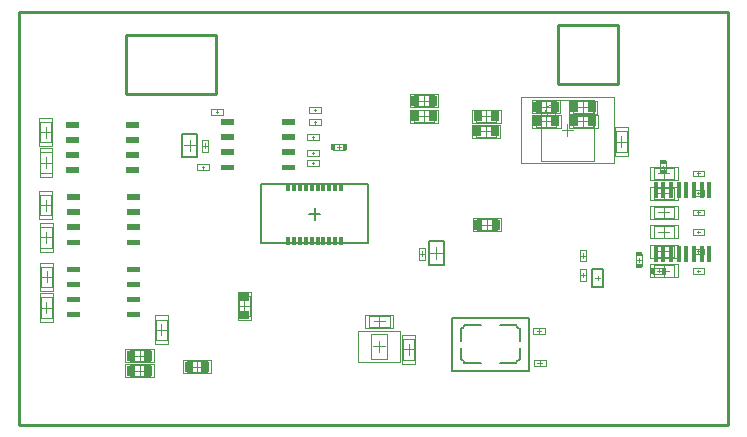
<source format=gbp>
G04*
G04 #@! TF.GenerationSoftware,Altium Limited,Altium Designer,18.0.12 (696)*
G04*
G04 Layer_Color=128*
%FSLAX44Y44*%
%MOMM*%
G71*
G01*
G75*
%ADD14C,0.2540*%
%ADD15C,0.2000*%
%ADD19C,0.1270*%
%ADD20C,0.1000*%
%ADD21C,0.0500*%
%ADD23R,0.6000X0.4500*%
%ADD24R,0.4000X0.6000*%
%ADD27R,0.7000X0.9000*%
%ADD31R,0.4500X0.6000*%
%ADD33R,0.8000X0.9000*%
%ADD34R,0.9000X0.7000*%
%ADD66R,0.3000X0.7000*%
%ADD67R,0.6000X0.4000*%
%ADD68R,0.3500X1.4000*%
G36*
X233180Y253840D02*
X222198D01*
Y258759D01*
X233180D01*
Y253840D01*
D02*
G37*
G36*
X182180D02*
X171085D01*
Y258806D01*
X182180D01*
Y253840D01*
D02*
G37*
G36*
X101704Y251804D02*
X90722D01*
Y256723D01*
X101704D01*
Y251804D01*
D02*
G37*
G36*
X50704D02*
X39609D01*
Y256770D01*
X50704D01*
Y251804D01*
D02*
G37*
G36*
X233180Y241140D02*
X222216D01*
Y246056D01*
X233180D01*
Y241140D01*
D02*
G37*
G36*
X182180D02*
X171096D01*
Y246064D01*
X182180D01*
Y241140D01*
D02*
G37*
G36*
X101704Y239104D02*
X90740D01*
Y244020D01*
X101704D01*
Y239104D01*
D02*
G37*
G36*
X50704D02*
X39620D01*
Y244028D01*
X50704D01*
Y239104D01*
D02*
G37*
G36*
X233180Y228440D02*
X222227D01*
Y233331D01*
X233180D01*
Y228440D01*
D02*
G37*
G36*
X182180D02*
X171150D01*
Y233336D01*
X182180D01*
Y228440D01*
D02*
G37*
G36*
X101704Y226404D02*
X90751D01*
Y231295D01*
X101704D01*
Y226404D01*
D02*
G37*
G36*
X50704D02*
X39674D01*
Y231300D01*
X50704D01*
Y226404D01*
D02*
G37*
G36*
X233180Y215740D02*
X222219D01*
Y220607D01*
X233180D01*
Y215740D01*
D02*
G37*
G36*
X182180D02*
X171150D01*
Y220624D01*
X182180D01*
Y215740D01*
D02*
G37*
G36*
X101704Y213704D02*
X90743D01*
Y218571D01*
X101704D01*
Y213704D01*
D02*
G37*
G36*
X50704D02*
X39674D01*
Y218588D01*
X50704D01*
Y213704D01*
D02*
G37*
G36*
X102212Y190336D02*
X91230D01*
Y195255D01*
X102212D01*
Y190336D01*
D02*
G37*
G36*
X51212D02*
X40117D01*
Y195302D01*
X51212D01*
Y190336D01*
D02*
G37*
G36*
X102212Y177636D02*
X91248D01*
Y182552D01*
X102212D01*
Y177636D01*
D02*
G37*
G36*
X51212D02*
X40128D01*
Y182560D01*
X51212D01*
Y177636D01*
D02*
G37*
G36*
X102212Y164936D02*
X91259D01*
Y169827D01*
X102212D01*
Y164936D01*
D02*
G37*
G36*
X51212D02*
X40182D01*
Y169832D01*
X51212D01*
Y164936D01*
D02*
G37*
G36*
X102212Y152236D02*
X91251D01*
Y157103D01*
X102212D01*
Y152236D01*
D02*
G37*
G36*
X51212D02*
X40182D01*
Y157120D01*
X51212D01*
Y152236D01*
D02*
G37*
G36*
X102356Y129204D02*
X91374D01*
Y134123D01*
X102356D01*
Y129204D01*
D02*
G37*
G36*
X51356D02*
X40261D01*
Y134170D01*
X51356D01*
Y129204D01*
D02*
G37*
G36*
X102356Y116504D02*
X91392D01*
Y121420D01*
X102356D01*
Y116504D01*
D02*
G37*
G36*
X51356D02*
X40272D01*
Y121428D01*
X51356D01*
Y116504D01*
D02*
G37*
G36*
X102356Y103804D02*
X91403D01*
Y108695D01*
X102356D01*
Y103804D01*
D02*
G37*
G36*
X51356D02*
X40326D01*
Y108700D01*
X51356D01*
Y103804D01*
D02*
G37*
G36*
X102356Y91104D02*
X91395D01*
Y95971D01*
X102356D01*
Y91104D01*
D02*
G37*
G36*
X51356D02*
X40326D01*
Y95988D01*
X51356D01*
Y91104D01*
D02*
G37*
D14*
X166190Y280468D02*
Y330252D01*
X89990D02*
X166190D01*
X89990Y280468D02*
Y330252D01*
Y280468D02*
X166190D01*
X455930Y338836D02*
X506730D01*
Y289052D02*
Y338836D01*
X455930Y289052D02*
X506730D01*
X455930D02*
Y338836D01*
X0Y0D02*
X600000D01*
X0D02*
Y350000D01*
X600000D01*
Y0D02*
Y350000D01*
D15*
X346810Y135796D02*
X359310D01*
Y155796D01*
X346810D02*
X359310D01*
X346810Y135796D02*
Y155796D01*
X205000Y153900D02*
X225000D01*
X205000D02*
Y203900D01*
X295000D01*
Y153900D02*
Y203900D01*
X225000Y153900D02*
X295000D01*
X150522Y226728D02*
Y246728D01*
X138022Y226728D02*
X150522D01*
X138022D02*
Y246728D01*
X150522D01*
X485307Y116710D02*
X493807D01*
Y132210D01*
X485307D02*
X493807D01*
X485307Y116710D02*
Y132210D01*
X250000Y173900D02*
Y183900D01*
Y178900D02*
Y183900D01*
X245000Y178900D02*
X250000D01*
X245000D02*
X255000D01*
D19*
X423780Y55580D02*
G03*
X420780Y52580I0J-3000D01*
G01*
X376780D02*
G03*
X373780Y55580I-3000J0D01*
G01*
X420780Y84580D02*
G03*
X423780Y81580I3000J0D01*
G01*
X373780D02*
G03*
X376780Y84580I0J3000D01*
G01*
X366280Y46080D02*
Y91080D01*
X431280D01*
Y46080D02*
Y91080D01*
X366280Y46080D02*
X431280D01*
X423780Y55580D02*
Y65580D01*
X406780Y52580D02*
X420780D01*
X376780D02*
X390780D01*
X373780Y55580D02*
Y65580D01*
X423780Y71580D02*
Y81580D01*
X406780Y84580D02*
X420780D01*
X376780D02*
X390780D01*
X373780Y71580D02*
Y81580D01*
D20*
X455602Y266004D02*
G03*
X455602Y266004I-5000J0D01*
G01*
X338368Y140034D02*
X343368D01*
Y150034D01*
X338368D02*
X343368D01*
X338368Y140034D02*
Y150034D01*
X265764Y237958D02*
X275764D01*
X265764Y232958D02*
Y237958D01*
Y232958D02*
X275764D01*
Y237958D01*
X141618Y44780D02*
Y54280D01*
X159118Y44780D02*
Y54280D01*
X141618Y44780D02*
X159118D01*
X141618Y54280D02*
X159118D01*
X185750Y92518D02*
X195250D01*
X185750Y109518D02*
X195250D01*
Y92518D02*
Y109518D01*
X185750Y92518D02*
Y109518D01*
X522010Y134700D02*
X527010D01*
X522010D02*
Y144700D01*
X527010D01*
Y134700D02*
Y144700D01*
X536274Y128310D02*
Y133310D01*
X546274D01*
Y128310D02*
Y133310D01*
X536274Y128310D02*
X546274D01*
X542850Y213440D02*
X547850D01*
X542850D02*
Y223440D01*
X547850D01*
Y213440D02*
Y223440D01*
X387232Y164749D02*
Y174249D01*
X404232Y164749D02*
Y174249D01*
X387232Y164749D02*
X404232D01*
X387232Y174249D02*
X404232D01*
X245190Y264200D02*
Y269200D01*
Y264200D02*
X255190D01*
Y269200D01*
X245190D02*
X255190D01*
Y253790D02*
Y258790D01*
X245190D02*
X255190D01*
X245190Y253790D02*
Y258790D01*
Y253790D02*
X255190D01*
X253666Y241086D02*
Y246086D01*
X243666D02*
X253666D01*
X243666Y241086D02*
Y246086D01*
Y241086D02*
X253666D01*
Y227878D02*
Y232878D01*
X243666D02*
X253666D01*
X243666Y227878D02*
Y232878D01*
Y227878D02*
X253666D01*
X243666Y219496D02*
Y224496D01*
Y219496D02*
X253666D01*
Y224496D01*
X243666D02*
X253666D01*
X159868Y231474D02*
Y241474D01*
X154868Y231474D02*
X159868D01*
X154868D02*
Y241474D01*
X159868D01*
X150496Y215690D02*
X160496D01*
X150496D02*
Y220690D01*
X160496D01*
Y215690D02*
Y220690D01*
X162132Y267930D02*
X172132D01*
Y262930D02*
Y267930D01*
X162132Y262930D02*
X172132D01*
X162132D02*
Y267930D01*
X569980Y166000D02*
X579980D01*
Y161000D02*
Y166000D01*
X569980Y161000D02*
X579980D01*
X569980D02*
Y166000D01*
Y149490D02*
X579980D01*
Y144490D02*
Y149490D01*
X569980Y144490D02*
X579980D01*
X569980D02*
Y149490D01*
Y132980D02*
X579980D01*
Y127980D02*
Y132980D01*
X569980Y127980D02*
X579980D01*
X569980D02*
Y132980D01*
Y215530D02*
X579980D01*
Y210530D02*
Y215530D01*
X569980Y210530D02*
X579980D01*
X569980D02*
Y215530D01*
Y198870D02*
X579980D01*
Y193870D02*
Y198870D01*
X569980Y193870D02*
X579980D01*
X569980D02*
Y198870D01*
Y182510D02*
X579980D01*
Y177510D02*
Y182510D01*
X569980Y177510D02*
X579980D01*
X569980D02*
Y182510D01*
X537150Y168250D02*
X554150D01*
X537150Y158750D02*
X554150D01*
X537150D02*
Y168250D01*
X554150Y158750D02*
Y168250D01*
X537150Y151740D02*
X554150D01*
X537150Y142240D02*
X554150D01*
X537150D02*
Y151740D01*
X554150Y142240D02*
Y151740D01*
X537150Y135230D02*
X554150D01*
X537150Y125730D02*
X554150D01*
X537150D02*
Y135230D01*
X554150Y125730D02*
Y135230D01*
X537150Y217780D02*
X554150D01*
X537150Y208280D02*
X554150D01*
X537150D02*
Y217780D01*
X554150Y208280D02*
Y217780D01*
X537150Y201120D02*
X554150D01*
X537150Y191620D02*
X554150D01*
X537150D02*
Y201120D01*
X554150Y191620D02*
Y201120D01*
X537150Y184760D02*
X554150D01*
X537150Y175260D02*
X554150D01*
X537150D02*
Y184760D01*
X554150Y175260D02*
Y184760D01*
X475020Y122000D02*
Y132000D01*
X480020D01*
Y122000D02*
Y132000D01*
X475020Y122000D02*
X480020D01*
X474436Y138510D02*
Y148510D01*
X479436D01*
Y138510D02*
Y148510D01*
X474436Y138510D02*
X479436D01*
X434968Y77510D02*
X444968D01*
X434968D02*
Y82510D01*
X444968D01*
Y77510D02*
Y82510D01*
X435690Y50284D02*
X445690D01*
X435690D02*
Y55284D01*
X445690D01*
Y50284D02*
Y55284D01*
X468871Y273990D02*
X485872D01*
X468871Y264490D02*
X485872D01*
Y273990D01*
X468871Y264490D02*
Y273990D01*
X437646Y274244D02*
X454646D01*
X437646Y264744D02*
X454646D01*
Y274244D01*
X437646Y264744D02*
Y274244D01*
X437724Y261939D02*
X454724D01*
X437724Y252439D02*
X454724D01*
Y261939D01*
X437724Y252439D02*
Y261939D01*
X486063Y252298D02*
Y261798D01*
X469063Y252298D02*
Y261798D01*
X486063D01*
X469063Y252298D02*
X486063D01*
X386978Y266370D02*
X403978D01*
X386978Y256870D02*
X403978D01*
Y266370D01*
X386978Y256870D02*
Y266370D01*
X386822Y253550D02*
X403822D01*
X386822Y244050D02*
X403822D01*
Y253550D01*
X386822Y244050D02*
Y253550D01*
X334146Y269824D02*
X351146D01*
X334146Y279324D02*
X351146D01*
X334146Y269824D02*
Y279324D01*
X351146Y269824D02*
Y279324D01*
X333892Y256870D02*
X350892D01*
X333892Y266370D02*
X350892D01*
X333892Y256870D02*
Y266370D01*
X350892Y256870D02*
Y266370D01*
X17856Y213446D02*
Y230946D01*
X27356Y213446D02*
Y230946D01*
X17856Y213446D02*
X27356D01*
X17856Y230946D02*
X27356D01*
X296050Y92634D02*
X313550D01*
X296050Y83134D02*
X313550D01*
X296050D02*
Y92634D01*
X313550Y83134D02*
Y92634D01*
X324942Y55508D02*
Y72508D01*
X334442Y55508D02*
Y72508D01*
X324942Y55508D02*
X334442D01*
X324942Y72508D02*
X334442D01*
X311546Y55798D02*
Y77298D01*
X297546Y55798D02*
Y77298D01*
Y55798D02*
X311546D01*
X297546Y77298D02*
X311546D01*
X125146Y72367D02*
Y89367D01*
X115646Y72367D02*
Y89367D01*
X125146D01*
X115646Y72367D02*
X125146D01*
X514394Y231258D02*
Y248758D01*
X504893Y231258D02*
Y248758D01*
X514394D01*
X504893Y231258D02*
X514394D01*
X441602Y224004D02*
Y275004D01*
X486601Y224004D02*
Y275004D01*
X441602D02*
X486601D01*
X441602Y224004D02*
X486601D01*
X110354Y41462D02*
Y50962D01*
X93354Y41462D02*
Y50962D01*
X110354D01*
X93354Y41462D02*
X110354D01*
Y53924D02*
Y63424D01*
X93354Y53924D02*
Y63424D01*
X110354D01*
X93354Y53924D02*
X110354D01*
X18230Y108176D02*
X27730D01*
X18230Y90676D02*
X27730D01*
Y108176D01*
X18230Y90676D02*
Y108176D01*
X17900Y167714D02*
X27400D01*
X17900Y150214D02*
X27400D01*
Y167714D01*
X17900Y150214D02*
Y167714D01*
X17653Y256496D02*
X27153D01*
X17653Y239496D02*
X27153D01*
Y256496D01*
X17653Y239496D02*
Y256496D01*
X17448Y177629D02*
Y194629D01*
X26948Y177629D02*
Y194629D01*
X17448Y177629D02*
X26948D01*
X17448Y194629D02*
X26948D01*
X18409Y116976D02*
Y133976D01*
X27909Y116976D02*
Y133976D01*
X18409Y116976D02*
X27909D01*
X18409Y133976D02*
X27909D01*
X348060Y145796D02*
X358060D01*
X353060Y140796D02*
Y150796D01*
X340868Y143034D02*
Y147034D01*
X338868Y145034D02*
X342868D01*
X270764Y233458D02*
Y237458D01*
X268764Y235458D02*
X272764D01*
X138368Y44030D02*
Y55030D01*
X162368Y44030D02*
Y55030D01*
X138368Y44030D02*
X162368D01*
X138368Y55030D02*
X162368D01*
X145618Y49530D02*
X155118D01*
X150368Y44780D02*
Y54280D01*
X185000Y89018D02*
X196000D01*
X185000Y113018D02*
X196000D01*
Y89018D02*
Y113018D01*
X185000Y89018D02*
Y113018D01*
X190500Y96268D02*
Y105768D01*
X185750Y101018D02*
X195250D01*
X524510Y137700D02*
Y141700D01*
X522510Y139700D02*
X526510D01*
X383732Y163999D02*
Y174999D01*
X407732Y163999D02*
Y174999D01*
X383732Y163999D02*
X407732D01*
X383732Y174999D02*
X407732D01*
X390982Y169499D02*
X400482D01*
X395732Y164749D02*
Y174249D01*
X155368Y236474D02*
X159368D01*
X157368Y234474D02*
Y238474D01*
X144272Y231728D02*
Y241728D01*
X139272Y236728D02*
X149272D01*
X545650Y158750D02*
Y168250D01*
X540900Y163500D02*
X550400D01*
X533650Y169000D02*
X557650D01*
X533650Y158000D02*
X557650D01*
X533650D02*
Y169000D01*
X557650Y158000D02*
Y169000D01*
X545650Y142240D02*
Y151740D01*
X540900Y146990D02*
X550400D01*
X533650Y152490D02*
X557650D01*
X533650Y141490D02*
X557650D01*
X533650D02*
Y152490D01*
X557650Y141490D02*
Y152490D01*
X545650Y125730D02*
Y135230D01*
X540900Y130480D02*
X550400D01*
X533650Y135980D02*
X557650D01*
X533650Y124980D02*
X557650D01*
X533650D02*
Y135980D01*
X557650Y124980D02*
Y135980D01*
X545650Y208280D02*
Y217780D01*
X540900Y213030D02*
X550400D01*
X533650Y218530D02*
X557650D01*
X533650Y207530D02*
X557650D01*
X533650D02*
Y218530D01*
X557650Y207530D02*
Y218530D01*
X545650Y191620D02*
Y201120D01*
X540900Y196370D02*
X550400D01*
X533650Y201870D02*
X557650D01*
X533650Y190870D02*
X557650D01*
X533650D02*
Y201870D01*
X557650Y190870D02*
Y201870D01*
X545650Y175260D02*
Y184760D01*
X540900Y180010D02*
X550400D01*
X533650Y185510D02*
X557650D01*
X533650Y174510D02*
X557650D01*
X533650D02*
Y185510D01*
X557650Y174510D02*
Y185510D01*
X489557Y122460D02*
Y126460D01*
X487557Y124460D02*
X491557D01*
X475520Y127000D02*
X479520D01*
X477520Y125000D02*
Y129000D01*
X474936Y143510D02*
X478936D01*
X476936Y141510D02*
Y145510D01*
X439968Y78010D02*
Y82010D01*
X437968Y80010D02*
X441968D01*
X440690Y50784D02*
Y54784D01*
X438690Y52784D02*
X442690D01*
X477371Y264490D02*
Y273990D01*
X472621Y269240D02*
X482122D01*
X465372Y274740D02*
X489371D01*
X465372Y263740D02*
X489371D01*
Y274740D01*
X465372Y263740D02*
Y274740D01*
X446147Y264744D02*
Y274244D01*
X441397Y269494D02*
X450896D01*
X434147Y274994D02*
X458147D01*
X434147Y263994D02*
X458147D01*
Y274994D01*
X434147Y263994D02*
Y274994D01*
X446224Y252439D02*
Y261939D01*
X441474Y257189D02*
X450974D01*
X434224Y262689D02*
X458224D01*
X434224Y251689D02*
X458224D01*
Y262689D01*
X434224Y251689D02*
Y262689D01*
X489563Y251548D02*
Y262548D01*
X465564Y251548D02*
Y262548D01*
X489563D01*
X465564Y251548D02*
X489563D01*
X472813Y257048D02*
X482313D01*
X477564Y252298D02*
Y261798D01*
X395478Y256870D02*
Y266370D01*
X390728Y261620D02*
X400228D01*
X383478Y267120D02*
X407478D01*
X383478Y256120D02*
X407478D01*
Y267120D01*
X383478Y256120D02*
Y267120D01*
X395322Y244050D02*
Y253550D01*
X390572Y248800D02*
X400072D01*
X383322Y254300D02*
X407322D01*
X383322Y243300D02*
X407322D01*
Y254300D01*
X383322Y243300D02*
Y254300D01*
X342646Y269824D02*
Y279324D01*
X337896Y274574D02*
X347396D01*
X330646Y269074D02*
X354646D01*
X330646Y280074D02*
X354646D01*
X330646Y269074D02*
Y280074D01*
X354646Y269074D02*
Y280074D01*
X342392Y256870D02*
Y266370D01*
X337642Y261620D02*
X347142D01*
X330392Y256120D02*
X354392D01*
X330392Y267120D02*
X354392D01*
X330392Y256120D02*
Y267120D01*
X354392Y256120D02*
Y267120D01*
X17856Y222196D02*
X27356D01*
X22606Y217446D02*
Y226946D01*
X17106Y210196D02*
Y234196D01*
X28106Y210196D02*
Y234196D01*
X17106Y210196D02*
X28106D01*
X17106Y234196D02*
X28106D01*
X304800Y83134D02*
Y92634D01*
X300050Y87884D02*
X309550D01*
X292800Y93384D02*
X316800D01*
X292800Y82384D02*
X316800D01*
X292800D02*
Y93384D01*
X316800Y82384D02*
Y93384D01*
X324942Y64008D02*
X334442D01*
X329692Y59258D02*
Y68758D01*
X324192Y52008D02*
Y76008D01*
X335192Y52008D02*
Y76008D01*
X324192Y52008D02*
X335192D01*
X324192Y76008D02*
X335192D01*
X299546Y66548D02*
X309546D01*
X304546Y61548D02*
Y71548D01*
X115646Y80867D02*
X125146D01*
X120396Y76117D02*
Y85617D01*
X125896Y68867D02*
Y92867D01*
X114896Y68867D02*
Y92867D01*
X125896D01*
X114896Y68867D02*
X125896D01*
X504893Y240008D02*
X514394D01*
X509644Y235258D02*
Y244758D01*
X515144Y228008D02*
Y252008D01*
X504143Y228008D02*
Y252008D01*
X515144D01*
X504143Y228008D02*
X515144D01*
X459101Y249504D02*
X469102D01*
X464101Y244504D02*
Y254504D01*
X113854Y40712D02*
Y51712D01*
X89854Y40712D02*
Y51712D01*
X113854D01*
X89854Y40712D02*
X113854D01*
X97104Y46212D02*
X106604D01*
X101854Y41462D02*
Y50962D01*
X113854Y53174D02*
Y64174D01*
X89854Y53174D02*
Y64174D01*
X113854D01*
X89854Y53174D02*
X113854D01*
X97104Y58674D02*
X106604D01*
X101854Y53924D02*
Y63424D01*
X17480Y111426D02*
X28480D01*
X17480Y87426D02*
X28480D01*
Y111426D01*
X17480Y87426D02*
Y111426D01*
X22980Y94676D02*
Y104176D01*
X18230Y99426D02*
X27730D01*
X17150Y170964D02*
X28150D01*
X17150Y146964D02*
X28150D01*
Y170964D01*
X17150Y146964D02*
Y170964D01*
X22650Y154214D02*
Y163714D01*
X17900Y158964D02*
X27400D01*
X16903Y259996D02*
X27903D01*
X16903Y235996D02*
X27903D01*
Y259996D01*
X16903Y235996D02*
Y259996D01*
X22403Y243246D02*
Y252746D01*
X17653Y247996D02*
X27153D01*
X17448Y186129D02*
X26948D01*
X22198Y181379D02*
Y190879D01*
X16698Y174129D02*
Y198129D01*
X27698Y174129D02*
Y198129D01*
X16698Y174129D02*
X27698D01*
X16698Y198129D02*
X27698D01*
X18409Y125476D02*
X27909D01*
X23159Y120726D02*
Y130226D01*
X17659Y113476D02*
Y137476D01*
X28659Y113476D02*
Y137476D01*
X17659Y113476D02*
X28659D01*
X17659Y137476D02*
X28659D01*
D21*
X540274Y130810D02*
X542274D01*
X541274Y129810D02*
Y131810D01*
X545350Y217440D02*
Y219440D01*
X544350Y218440D02*
X546350D01*
X249190Y266700D02*
X251190D01*
X250190Y265700D02*
Y267700D01*
X249190Y256290D02*
X251190D01*
X250190Y255290D02*
Y257290D01*
X247666Y243586D02*
X249666D01*
X248666Y242586D02*
Y244586D01*
X247666Y230378D02*
X249666D01*
X248666Y229378D02*
Y231378D01*
X247666Y221996D02*
X249666D01*
X248666Y220996D02*
Y222996D01*
X155496Y217190D02*
Y219190D01*
X154496Y218190D02*
X156496D01*
X167132Y264430D02*
Y266430D01*
X166132Y265430D02*
X168132D01*
X574980Y162500D02*
Y164500D01*
X573980Y163500D02*
X575980D01*
X574980Y145990D02*
Y147990D01*
X573980Y146990D02*
X575980D01*
X574980Y129480D02*
Y131480D01*
X573980Y130480D02*
X575980D01*
X574980Y212030D02*
Y214030D01*
X573980Y213030D02*
X575980D01*
X574980Y195370D02*
Y197370D01*
X573980Y196370D02*
X575980D01*
X574980Y179010D02*
Y181010D01*
X573980Y180010D02*
X575980D01*
X322546Y53048D02*
Y80048D01*
X286546Y53048D02*
Y80048D01*
Y53048D02*
X322546D01*
X286546Y80048D02*
X322546D01*
X425102Y221504D02*
Y277504D01*
X503102Y221504D02*
Y277504D01*
X425102D02*
X503102D01*
X425102Y221504D02*
X503102D01*
D23*
X524510Y144700D02*
D03*
Y134700D02*
D03*
D24*
X536774Y130810D02*
D03*
X545774D02*
D03*
D27*
X388232Y169499D02*
D03*
X403232D02*
D03*
X484871Y269240D02*
D03*
X469871D02*
D03*
X453647Y269494D02*
D03*
X438647D02*
D03*
X453724Y257189D02*
D03*
X438724D02*
D03*
X485064Y257048D02*
D03*
X470064D02*
D03*
X402978Y261620D02*
D03*
X387978D02*
D03*
X402822Y248800D02*
D03*
X387822D02*
D03*
X335146Y274574D02*
D03*
X350146D02*
D03*
X334892Y261620D02*
D03*
X349892D02*
D03*
X109354Y46212D02*
D03*
X94354D02*
D03*
X109354Y58674D02*
D03*
X94354D02*
D03*
D31*
X275764Y235458D02*
D03*
X265764D02*
D03*
D33*
X143368Y49530D02*
D03*
X157368D02*
D03*
D34*
X190500Y93518D02*
D03*
Y108518D02*
D03*
D66*
X272500Y201900D02*
D03*
Y155900D02*
D03*
X267500Y201900D02*
D03*
Y155900D02*
D03*
X262500Y201900D02*
D03*
Y155900D02*
D03*
X257500Y201900D02*
D03*
Y155900D02*
D03*
X252500Y201900D02*
D03*
Y155900D02*
D03*
X247500Y201900D02*
D03*
Y155900D02*
D03*
X242500Y201900D02*
D03*
Y155900D02*
D03*
X237500Y201900D02*
D03*
Y155900D02*
D03*
X232500Y201900D02*
D03*
Y155900D02*
D03*
X227500Y201900D02*
D03*
Y155900D02*
D03*
D67*
X545350Y213940D02*
D03*
Y222940D02*
D03*
D68*
X538850Y199060D02*
D03*
X545350D02*
D03*
X551850D02*
D03*
X558350D02*
D03*
X564850D02*
D03*
X571350D02*
D03*
X577850D02*
D03*
X584350D02*
D03*
X538850Y145060D02*
D03*
X545350D02*
D03*
X551850D02*
D03*
X558350D02*
D03*
X564850D02*
D03*
X571350D02*
D03*
X577850D02*
D03*
X584350D02*
D03*
M02*

</source>
